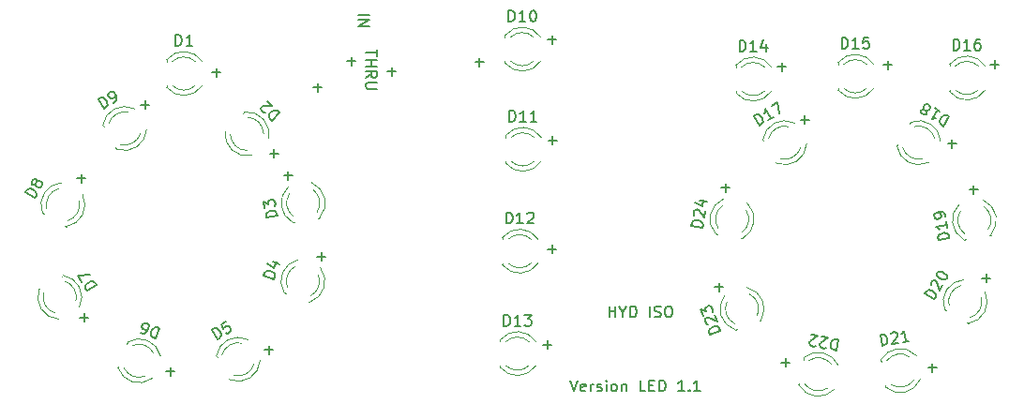
<source format=gbr>
%TF.GenerationSoftware,KiCad,Pcbnew,(6.0.7-1)-1*%
%TF.CreationDate,2023-11-12T08:24:24+10:00*%
%TF.ProjectId,HYD ISO Panel PCB V2,48594420-4953-44f2-9050-616e656c2050,rev?*%
%TF.SameCoordinates,Original*%
%TF.FileFunction,Legend,Top*%
%TF.FilePolarity,Positive*%
%FSLAX46Y46*%
G04 Gerber Fmt 4.6, Leading zero omitted, Abs format (unit mm)*
G04 Created by KiCad (PCBNEW (6.0.7-1)-1) date 2023-11-12 08:24:24*
%MOMM*%
%LPD*%
G01*
G04 APERTURE LIST*
%ADD10C,0.150000*%
%ADD11C,0.120000*%
G04 APERTURE END LIST*
D10*
X124619047Y-74181428D02*
X125380952Y-74181428D01*
X125000000Y-74562380D02*
X125000000Y-73800476D01*
X106449047Y-67031428D02*
X107210952Y-67031428D01*
X106830000Y-67412380D02*
X106830000Y-66650476D01*
X90129047Y-95061428D02*
X90890952Y-95061428D01*
X90510000Y-95442380D02*
X90510000Y-94680476D01*
X87809047Y-70991428D02*
X88570952Y-70991428D01*
X88190000Y-71372380D02*
X88190000Y-70610476D01*
X139629047Y-87451428D02*
X140390952Y-87451428D01*
X140010000Y-87832380D02*
X140010000Y-87070476D01*
X162619047Y-78631428D02*
X163380952Y-78631428D01*
X163000000Y-79012380D02*
X163000000Y-78250476D01*
X82319047Y-90211428D02*
X83080952Y-90211428D01*
X82700000Y-90592380D02*
X82700000Y-89830476D01*
X117999047Y-67111428D02*
X118760952Y-67111428D01*
X118380000Y-67492380D02*
X118380000Y-66730476D01*
X163759047Y-86641428D02*
X164520952Y-86641428D01*
X164140000Y-87022380D02*
X164140000Y-86260476D01*
X124559047Y-83991428D02*
X125320952Y-83991428D01*
X124940000Y-84372380D02*
X124940000Y-83610476D01*
X145329047Y-67531428D02*
X146090952Y-67531428D01*
X145710000Y-67912380D02*
X145710000Y-67150476D01*
X154889047Y-67381428D02*
X155650952Y-67381428D01*
X155270000Y-67762380D02*
X155270000Y-67000476D01*
X82079047Y-77621428D02*
X82840952Y-77621428D01*
X82460000Y-78002380D02*
X82460000Y-77240476D01*
X110109047Y-67971428D02*
X110870952Y-67971428D01*
X110490000Y-68352380D02*
X110490000Y-67590476D01*
X130096666Y-90162380D02*
X130096666Y-89162380D01*
X130096666Y-89638571D02*
X130668095Y-89638571D01*
X130668095Y-90162380D02*
X130668095Y-89162380D01*
X131334761Y-89686190D02*
X131334761Y-90162380D01*
X131001428Y-89162380D02*
X131334761Y-89686190D01*
X131668095Y-89162380D01*
X132001428Y-90162380D02*
X132001428Y-89162380D01*
X132239523Y-89162380D01*
X132382380Y-89210000D01*
X132477619Y-89305238D01*
X132525238Y-89400476D01*
X132572857Y-89590952D01*
X132572857Y-89733809D01*
X132525238Y-89924285D01*
X132477619Y-90019523D01*
X132382380Y-90114761D01*
X132239523Y-90162380D01*
X132001428Y-90162380D01*
X133763333Y-90162380D02*
X133763333Y-89162380D01*
X134191904Y-90114761D02*
X134334761Y-90162380D01*
X134572857Y-90162380D01*
X134668095Y-90114761D01*
X134715714Y-90067142D01*
X134763333Y-89971904D01*
X134763333Y-89876666D01*
X134715714Y-89781428D01*
X134668095Y-89733809D01*
X134572857Y-89686190D01*
X134382380Y-89638571D01*
X134287142Y-89590952D01*
X134239523Y-89543333D01*
X134191904Y-89448095D01*
X134191904Y-89352857D01*
X134239523Y-89257619D01*
X134287142Y-89210000D01*
X134382380Y-89162380D01*
X134620476Y-89162380D01*
X134763333Y-89210000D01*
X135382380Y-89162380D02*
X135572857Y-89162380D01*
X135668095Y-89210000D01*
X135763333Y-89305238D01*
X135810952Y-89495714D01*
X135810952Y-89829047D01*
X135763333Y-90019523D01*
X135668095Y-90114761D01*
X135572857Y-90162380D01*
X135382380Y-90162380D01*
X135287142Y-90114761D01*
X135191904Y-90019523D01*
X135144285Y-89829047D01*
X135144285Y-89495714D01*
X135191904Y-89305238D01*
X135287142Y-89210000D01*
X135382380Y-89162380D01*
X124569047Y-65081428D02*
X125330952Y-65081428D01*
X124950000Y-65462380D02*
X124950000Y-64700476D01*
X98999047Y-93111428D02*
X99760952Y-93111428D01*
X99380000Y-93492380D02*
X99380000Y-92730476D01*
X140249047Y-78471428D02*
X141010952Y-78471428D01*
X140630000Y-78852380D02*
X140630000Y-78090476D01*
X160679047Y-74501428D02*
X161440952Y-74501428D01*
X161060000Y-74882380D02*
X161060000Y-74120476D01*
X103409047Y-69401428D02*
X104170952Y-69401428D01*
X103790000Y-69782380D02*
X103790000Y-69020476D01*
X100749047Y-77371428D02*
X101510952Y-77371428D01*
X101130000Y-77752380D02*
X101130000Y-76990476D01*
X164539047Y-67341428D02*
X165300952Y-67341428D01*
X164920000Y-67722380D02*
X164920000Y-66960476D01*
X109127619Y-66006666D02*
X109127619Y-66578095D01*
X108127619Y-66292380D02*
X109127619Y-66292380D01*
X108127619Y-66911428D02*
X109127619Y-66911428D01*
X108651428Y-66911428D02*
X108651428Y-67482857D01*
X108127619Y-67482857D02*
X109127619Y-67482857D01*
X108127619Y-68530476D02*
X108603809Y-68197142D01*
X108127619Y-67959047D02*
X109127619Y-67959047D01*
X109127619Y-68340000D01*
X109080000Y-68435238D01*
X109032380Y-68482857D01*
X108937142Y-68530476D01*
X108794285Y-68530476D01*
X108699047Y-68482857D01*
X108651428Y-68435238D01*
X108603809Y-68340000D01*
X108603809Y-67959047D01*
X109127619Y-68959047D02*
X108318095Y-68959047D01*
X108222857Y-69006666D01*
X108175238Y-69054285D01*
X108127619Y-69149523D01*
X108127619Y-69340000D01*
X108175238Y-69435238D01*
X108222857Y-69482857D01*
X108318095Y-69530476D01*
X109127619Y-69530476D01*
X99469047Y-75391428D02*
X100230952Y-75391428D01*
X99850000Y-75772380D02*
X99850000Y-75010476D01*
X145669047Y-94241428D02*
X146430952Y-94241428D01*
X146050000Y-94622380D02*
X146050000Y-93860476D01*
X94249047Y-68061428D02*
X95010952Y-68061428D01*
X94630000Y-68442380D02*
X94630000Y-67680476D01*
X158879047Y-94721428D02*
X159640952Y-94721428D01*
X159260000Y-95102380D02*
X159260000Y-94340476D01*
X126571428Y-95852380D02*
X126904761Y-96852380D01*
X127238095Y-95852380D01*
X127952380Y-96804761D02*
X127857142Y-96852380D01*
X127666666Y-96852380D01*
X127571428Y-96804761D01*
X127523809Y-96709523D01*
X127523809Y-96328571D01*
X127571428Y-96233333D01*
X127666666Y-96185714D01*
X127857142Y-96185714D01*
X127952380Y-96233333D01*
X128000000Y-96328571D01*
X128000000Y-96423809D01*
X127523809Y-96519047D01*
X128428571Y-96852380D02*
X128428571Y-96185714D01*
X128428571Y-96376190D02*
X128476190Y-96280952D01*
X128523809Y-96233333D01*
X128619047Y-96185714D01*
X128714285Y-96185714D01*
X129000000Y-96804761D02*
X129095238Y-96852380D01*
X129285714Y-96852380D01*
X129380952Y-96804761D01*
X129428571Y-96709523D01*
X129428571Y-96661904D01*
X129380952Y-96566666D01*
X129285714Y-96519047D01*
X129142857Y-96519047D01*
X129047619Y-96471428D01*
X129000000Y-96376190D01*
X129000000Y-96328571D01*
X129047619Y-96233333D01*
X129142857Y-96185714D01*
X129285714Y-96185714D01*
X129380952Y-96233333D01*
X129857142Y-96852380D02*
X129857142Y-96185714D01*
X129857142Y-95852380D02*
X129809523Y-95900000D01*
X129857142Y-95947619D01*
X129904761Y-95900000D01*
X129857142Y-95852380D01*
X129857142Y-95947619D01*
X130476190Y-96852380D02*
X130380952Y-96804761D01*
X130333333Y-96757142D01*
X130285714Y-96661904D01*
X130285714Y-96376190D01*
X130333333Y-96280952D01*
X130380952Y-96233333D01*
X130476190Y-96185714D01*
X130619047Y-96185714D01*
X130714285Y-96233333D01*
X130761904Y-96280952D01*
X130809523Y-96376190D01*
X130809523Y-96661904D01*
X130761904Y-96757142D01*
X130714285Y-96804761D01*
X130619047Y-96852380D01*
X130476190Y-96852380D01*
X131238095Y-96185714D02*
X131238095Y-96852380D01*
X131238095Y-96280952D02*
X131285714Y-96233333D01*
X131380952Y-96185714D01*
X131523809Y-96185714D01*
X131619047Y-96233333D01*
X131666666Y-96328571D01*
X131666666Y-96852380D01*
X133380952Y-96852380D02*
X132904761Y-96852380D01*
X132904761Y-95852380D01*
X133714285Y-96328571D02*
X134047619Y-96328571D01*
X134190476Y-96852380D02*
X133714285Y-96852380D01*
X133714285Y-95852380D01*
X134190476Y-95852380D01*
X134619047Y-96852380D02*
X134619047Y-95852380D01*
X134857142Y-95852380D01*
X135000000Y-95900000D01*
X135095238Y-95995238D01*
X135142857Y-96090476D01*
X135190476Y-96280952D01*
X135190476Y-96423809D01*
X135142857Y-96614285D01*
X135095238Y-96709523D01*
X135000000Y-96804761D01*
X134857142Y-96852380D01*
X134619047Y-96852380D01*
X136904761Y-96852380D02*
X136333333Y-96852380D01*
X136619047Y-96852380D02*
X136619047Y-95852380D01*
X136523809Y-95995238D01*
X136428571Y-96090476D01*
X136333333Y-96138095D01*
X137333333Y-96757142D02*
X137380952Y-96804761D01*
X137333333Y-96852380D01*
X137285714Y-96804761D01*
X137333333Y-96757142D01*
X137333333Y-96852380D01*
X138333333Y-96852380D02*
X137761904Y-96852380D01*
X138047619Y-96852380D02*
X138047619Y-95852380D01*
X137952380Y-95995238D01*
X137857142Y-96090476D01*
X137761904Y-96138095D01*
X107447619Y-62826190D02*
X108447619Y-62826190D01*
X107447619Y-63302380D02*
X108447619Y-63302380D01*
X107447619Y-63873809D01*
X108447619Y-63873809D01*
X103759047Y-84691428D02*
X104520952Y-84691428D01*
X104140000Y-85072380D02*
X104140000Y-84310476D01*
X147369047Y-72311428D02*
X148130952Y-72311428D01*
X147750000Y-72692380D02*
X147750000Y-71930476D01*
X124159047Y-92651428D02*
X124920952Y-92651428D01*
X124540000Y-93032380D02*
X124540000Y-92270476D01*
%TO.C,D1*%
X90956904Y-65642380D02*
X90956904Y-64642380D01*
X91195000Y-64642380D01*
X91337857Y-64690000D01*
X91433095Y-64785238D01*
X91480714Y-64880476D01*
X91528333Y-65070952D01*
X91528333Y-65213809D01*
X91480714Y-65404285D01*
X91433095Y-65499523D01*
X91337857Y-65594761D01*
X91195000Y-65642380D01*
X90956904Y-65642380D01*
X92480714Y-65642380D02*
X91909285Y-65642380D01*
X92195000Y-65642380D02*
X92195000Y-64642380D01*
X92099761Y-64785238D01*
X92004523Y-64880476D01*
X91909285Y-64928095D01*
%TO.C,D2*%
X100332855Y-71707020D02*
X99625749Y-72414127D01*
X99457390Y-72245768D01*
X99390046Y-72111081D01*
X99390046Y-71976394D01*
X99423718Y-71875379D01*
X99524733Y-71707020D01*
X99625749Y-71606005D01*
X99794107Y-71504990D01*
X99895123Y-71471318D01*
X100029810Y-71471318D01*
X100164497Y-71538661D01*
X100332855Y-71707020D01*
X99019657Y-71673348D02*
X98952313Y-71673348D01*
X98851298Y-71639677D01*
X98682939Y-71471318D01*
X98649268Y-71370302D01*
X98649268Y-71302959D01*
X98682939Y-71201944D01*
X98750283Y-71134600D01*
X98884970Y-71067257D01*
X99693092Y-71067257D01*
X99255359Y-70629524D01*
%TO.C,D3*%
X100138113Y-81011619D02*
X99153305Y-81185267D01*
X99111960Y-80950789D01*
X99134049Y-80801834D01*
X99211302Y-80691505D01*
X99296824Y-80628071D01*
X99476138Y-80548100D01*
X99616825Y-80523293D01*
X99812676Y-80537112D01*
X99914736Y-80567470D01*
X100025065Y-80644723D01*
X100096768Y-80777141D01*
X100138113Y-81011619D01*
X98996195Y-80294251D02*
X98888698Y-79684608D01*
X99321746Y-79946726D01*
X99296939Y-79806039D01*
X99327297Y-79703979D01*
X99365923Y-79648814D01*
X99451445Y-79585380D01*
X99685923Y-79544036D01*
X99787984Y-79574393D01*
X99843148Y-79613020D01*
X99906582Y-79698542D01*
X99956196Y-79979916D01*
X99925838Y-80081976D01*
X99887211Y-80137141D01*
%TO.C,D4*%
X99839430Y-86740617D02*
X98899737Y-86398596D01*
X98981171Y-86174860D01*
X99074778Y-86056905D01*
X99196846Y-85999984D01*
X99302627Y-85987810D01*
X99497903Y-86008209D01*
X99632145Y-86057069D01*
X99794847Y-86166963D01*
X99868055Y-86244284D01*
X99924976Y-86366352D01*
X99920863Y-86516880D01*
X99839430Y-86740617D01*
X99701569Y-85170185D02*
X100328030Y-85398199D01*
X99262157Y-85263628D02*
X99851933Y-85731664D01*
X100063659Y-85149950D01*
%TO.C,D5*%
X94706833Y-92162386D02*
X94206833Y-91296360D01*
X94413029Y-91177312D01*
X94560557Y-91147123D01*
X94690654Y-91181983D01*
X94779513Y-91240652D01*
X94915990Y-91381800D01*
X94987419Y-91505517D01*
X95041417Y-91694284D01*
X95047797Y-91800572D01*
X95012938Y-91930670D01*
X94913029Y-92043338D01*
X94706833Y-92162386D01*
X95485251Y-90558265D02*
X95072858Y-90796360D01*
X95269714Y-91232563D01*
X95287144Y-91167514D01*
X95345813Y-91078656D01*
X95552009Y-90959608D01*
X95658298Y-90953228D01*
X95723346Y-90970658D01*
X95812205Y-91029327D01*
X95931252Y-91235524D01*
X95937632Y-91341812D01*
X95920202Y-91406860D01*
X95861533Y-91495719D01*
X95655337Y-91614766D01*
X95549049Y-91621146D01*
X95484000Y-91603716D01*
%TO.C,D6*%
X89505995Y-91144119D02*
X89163974Y-92083812D01*
X88940238Y-92002378D01*
X88822283Y-91908771D01*
X88765362Y-91786703D01*
X88753188Y-91680922D01*
X88773587Y-91485646D01*
X88822447Y-91351404D01*
X88932341Y-91188702D01*
X89009662Y-91115494D01*
X89131730Y-91058573D01*
X89282258Y-91062686D01*
X89505995Y-91144119D01*
X87821556Y-91595211D02*
X88000545Y-91660358D01*
X88106327Y-91648184D01*
X88167361Y-91619723D01*
X88305715Y-91518055D01*
X88415609Y-91355353D01*
X88545902Y-90997374D01*
X88533729Y-90891593D01*
X88505268Y-90830559D01*
X88432060Y-90753239D01*
X88253071Y-90688092D01*
X88147290Y-90700266D01*
X88086256Y-90728727D01*
X88008935Y-90801934D01*
X87927502Y-91025671D01*
X87939676Y-91131452D01*
X87968136Y-91192486D01*
X88041344Y-91269807D01*
X88220333Y-91334953D01*
X88326115Y-91322779D01*
X88387149Y-91294319D01*
X88464469Y-91221111D01*
%TO.C,D7*%
X83821756Y-87278670D02*
X82955730Y-87778670D01*
X82836682Y-87572474D01*
X82806493Y-87424946D01*
X82841353Y-87294849D01*
X82900022Y-87205990D01*
X83041170Y-87069513D01*
X83164887Y-86998084D01*
X83353654Y-86944086D01*
X83459942Y-86937706D01*
X83590040Y-86972565D01*
X83702708Y-87072474D01*
X83821756Y-87278670D01*
X82503349Y-86995123D02*
X82170016Y-86417773D01*
X83250327Y-86288927D01*
%TO.C,D8*%
X78244290Y-79385547D02*
X77378265Y-78885547D01*
X77497312Y-78679351D01*
X77609980Y-78579442D01*
X77740078Y-78544583D01*
X77846366Y-78550962D01*
X78035133Y-78604961D01*
X78158851Y-78676390D01*
X78299999Y-78812867D01*
X78358668Y-78901726D01*
X78393527Y-79031823D01*
X78363338Y-79179351D01*
X78244290Y-79385547D01*
X78320847Y-78110090D02*
X78231989Y-78168759D01*
X78166940Y-78186188D01*
X78060652Y-78179809D01*
X78019413Y-78155999D01*
X77960743Y-78067141D01*
X77943314Y-78002092D01*
X77949693Y-77895804D01*
X78044932Y-77730847D01*
X78133790Y-77672178D01*
X78198839Y-77654748D01*
X78305127Y-77661128D01*
X78346366Y-77684937D01*
X78405035Y-77773795D01*
X78422465Y-77838844D01*
X78416085Y-77945132D01*
X78320847Y-78110090D01*
X78314467Y-78216378D01*
X78331897Y-78281427D01*
X78390566Y-78370285D01*
X78555524Y-78465523D01*
X78661812Y-78471903D01*
X78726860Y-78454473D01*
X78815719Y-78395804D01*
X78910957Y-78230847D01*
X78917337Y-78124559D01*
X78899907Y-78059510D01*
X78841238Y-77970651D01*
X78676281Y-77875413D01*
X78569992Y-77869034D01*
X78504944Y-77886463D01*
X78416085Y-77945132D01*
%TO.C,D9*%
X84456833Y-71312386D02*
X83956833Y-70446360D01*
X84163029Y-70327312D01*
X84310557Y-70297123D01*
X84440654Y-70331983D01*
X84529513Y-70390652D01*
X84665990Y-70531800D01*
X84737419Y-70655517D01*
X84791417Y-70844284D01*
X84797797Y-70950572D01*
X84762938Y-71080670D01*
X84663029Y-71193338D01*
X84456833Y-71312386D01*
X85364097Y-70788576D02*
X85529055Y-70693338D01*
X85587724Y-70604480D01*
X85605154Y-70539431D01*
X85616204Y-70368094D01*
X85562205Y-70179327D01*
X85371729Y-69849413D01*
X85282870Y-69790743D01*
X85217821Y-69773314D01*
X85111533Y-69779693D01*
X84946576Y-69874932D01*
X84887907Y-69963790D01*
X84870477Y-70028839D01*
X84876857Y-70135127D01*
X84995905Y-70341323D01*
X85084763Y-70399992D01*
X85149812Y-70417422D01*
X85256100Y-70411043D01*
X85421057Y-70315804D01*
X85479726Y-70226946D01*
X85497156Y-70161897D01*
X85490776Y-70055609D01*
%TO.C,D10*%
X121030714Y-63442380D02*
X121030714Y-62442380D01*
X121268809Y-62442380D01*
X121411666Y-62490000D01*
X121506904Y-62585238D01*
X121554523Y-62680476D01*
X121602142Y-62870952D01*
X121602142Y-63013809D01*
X121554523Y-63204285D01*
X121506904Y-63299523D01*
X121411666Y-63394761D01*
X121268809Y-63442380D01*
X121030714Y-63442380D01*
X122554523Y-63442380D02*
X121983095Y-63442380D01*
X122268809Y-63442380D02*
X122268809Y-62442380D01*
X122173571Y-62585238D01*
X122078333Y-62680476D01*
X121983095Y-62728095D01*
X123173571Y-62442380D02*
X123268809Y-62442380D01*
X123364047Y-62490000D01*
X123411666Y-62537619D01*
X123459285Y-62632857D01*
X123506904Y-62823333D01*
X123506904Y-63061428D01*
X123459285Y-63251904D01*
X123411666Y-63347142D01*
X123364047Y-63394761D01*
X123268809Y-63442380D01*
X123173571Y-63442380D01*
X123078333Y-63394761D01*
X123030714Y-63347142D01*
X122983095Y-63251904D01*
X122935476Y-63061428D01*
X122935476Y-62823333D01*
X122983095Y-62632857D01*
X123030714Y-62537619D01*
X123078333Y-62490000D01*
X123173571Y-62442380D01*
%TO.C,D11*%
X121080714Y-72492380D02*
X121080714Y-71492380D01*
X121318809Y-71492380D01*
X121461666Y-71540000D01*
X121556904Y-71635238D01*
X121604523Y-71730476D01*
X121652142Y-71920952D01*
X121652142Y-72063809D01*
X121604523Y-72254285D01*
X121556904Y-72349523D01*
X121461666Y-72444761D01*
X121318809Y-72492380D01*
X121080714Y-72492380D01*
X122604523Y-72492380D02*
X122033095Y-72492380D01*
X122318809Y-72492380D02*
X122318809Y-71492380D01*
X122223571Y-71635238D01*
X122128333Y-71730476D01*
X122033095Y-71778095D01*
X123556904Y-72492380D02*
X122985476Y-72492380D01*
X123271190Y-72492380D02*
X123271190Y-71492380D01*
X123175952Y-71635238D01*
X123080714Y-71730476D01*
X122985476Y-71778095D01*
%TO.C,D12*%
X120805714Y-81692380D02*
X120805714Y-80692380D01*
X121043809Y-80692380D01*
X121186666Y-80740000D01*
X121281904Y-80835238D01*
X121329523Y-80930476D01*
X121377142Y-81120952D01*
X121377142Y-81263809D01*
X121329523Y-81454285D01*
X121281904Y-81549523D01*
X121186666Y-81644761D01*
X121043809Y-81692380D01*
X120805714Y-81692380D01*
X122329523Y-81692380D02*
X121758095Y-81692380D01*
X122043809Y-81692380D02*
X122043809Y-80692380D01*
X121948571Y-80835238D01*
X121853333Y-80930476D01*
X121758095Y-80978095D01*
X122710476Y-80787619D02*
X122758095Y-80740000D01*
X122853333Y-80692380D01*
X123091428Y-80692380D01*
X123186666Y-80740000D01*
X123234285Y-80787619D01*
X123281904Y-80882857D01*
X123281904Y-80978095D01*
X123234285Y-81120952D01*
X122662857Y-81692380D01*
X123281904Y-81692380D01*
%TO.C,D13*%
X120605714Y-90942380D02*
X120605714Y-89942380D01*
X120843809Y-89942380D01*
X120986666Y-89990000D01*
X121081904Y-90085238D01*
X121129523Y-90180476D01*
X121177142Y-90370952D01*
X121177142Y-90513809D01*
X121129523Y-90704285D01*
X121081904Y-90799523D01*
X120986666Y-90894761D01*
X120843809Y-90942380D01*
X120605714Y-90942380D01*
X122129523Y-90942380D02*
X121558095Y-90942380D01*
X121843809Y-90942380D02*
X121843809Y-89942380D01*
X121748571Y-90085238D01*
X121653333Y-90180476D01*
X121558095Y-90228095D01*
X122462857Y-89942380D02*
X123081904Y-89942380D01*
X122748571Y-90323333D01*
X122891428Y-90323333D01*
X122986666Y-90370952D01*
X123034285Y-90418571D01*
X123081904Y-90513809D01*
X123081904Y-90751904D01*
X123034285Y-90847142D01*
X122986666Y-90894761D01*
X122891428Y-90942380D01*
X122605714Y-90942380D01*
X122510476Y-90894761D01*
X122462857Y-90847142D01*
%TO.C,D14*%
X141880714Y-66142380D02*
X141880714Y-65142380D01*
X142118809Y-65142380D01*
X142261666Y-65190000D01*
X142356904Y-65285238D01*
X142404523Y-65380476D01*
X142452142Y-65570952D01*
X142452142Y-65713809D01*
X142404523Y-65904285D01*
X142356904Y-65999523D01*
X142261666Y-66094761D01*
X142118809Y-66142380D01*
X141880714Y-66142380D01*
X143404523Y-66142380D02*
X142833095Y-66142380D01*
X143118809Y-66142380D02*
X143118809Y-65142380D01*
X143023571Y-65285238D01*
X142928333Y-65380476D01*
X142833095Y-65428095D01*
X144261666Y-65475714D02*
X144261666Y-66142380D01*
X144023571Y-65094761D02*
X143785476Y-65809047D01*
X144404523Y-65809047D01*
%TO.C,D15*%
X151105714Y-65894380D02*
X151105714Y-64894380D01*
X151343809Y-64894380D01*
X151486666Y-64942000D01*
X151581904Y-65037238D01*
X151629523Y-65132476D01*
X151677142Y-65322952D01*
X151677142Y-65465809D01*
X151629523Y-65656285D01*
X151581904Y-65751523D01*
X151486666Y-65846761D01*
X151343809Y-65894380D01*
X151105714Y-65894380D01*
X152629523Y-65894380D02*
X152058095Y-65894380D01*
X152343809Y-65894380D02*
X152343809Y-64894380D01*
X152248571Y-65037238D01*
X152153333Y-65132476D01*
X152058095Y-65180095D01*
X153534285Y-64894380D02*
X153058095Y-64894380D01*
X153010476Y-65370571D01*
X153058095Y-65322952D01*
X153153333Y-65275333D01*
X153391428Y-65275333D01*
X153486666Y-65322952D01*
X153534285Y-65370571D01*
X153581904Y-65465809D01*
X153581904Y-65703904D01*
X153534285Y-65799142D01*
X153486666Y-65846761D01*
X153391428Y-65894380D01*
X153153333Y-65894380D01*
X153058095Y-65846761D01*
X153010476Y-65799142D01*
%TO.C,D16*%
X161181714Y-66046780D02*
X161181714Y-65046780D01*
X161419809Y-65046780D01*
X161562666Y-65094400D01*
X161657904Y-65189638D01*
X161705523Y-65284876D01*
X161753142Y-65475352D01*
X161753142Y-65618209D01*
X161705523Y-65808685D01*
X161657904Y-65903923D01*
X161562666Y-65999161D01*
X161419809Y-66046780D01*
X161181714Y-66046780D01*
X162705523Y-66046780D02*
X162134095Y-66046780D01*
X162419809Y-66046780D02*
X162419809Y-65046780D01*
X162324571Y-65189638D01*
X162229333Y-65284876D01*
X162134095Y-65332495D01*
X163562666Y-65046780D02*
X163372190Y-65046780D01*
X163276952Y-65094400D01*
X163229333Y-65142019D01*
X163134095Y-65284876D01*
X163086476Y-65475352D01*
X163086476Y-65856304D01*
X163134095Y-65951542D01*
X163181714Y-65999161D01*
X163276952Y-66046780D01*
X163467428Y-66046780D01*
X163562666Y-65999161D01*
X163610285Y-65951542D01*
X163657904Y-65856304D01*
X163657904Y-65618209D01*
X163610285Y-65522971D01*
X163562666Y-65475352D01*
X163467428Y-65427733D01*
X163276952Y-65427733D01*
X163181714Y-65475352D01*
X163134095Y-65522971D01*
X163086476Y-65618209D01*
%TO.C,D17*%
X143640240Y-72837981D02*
X143140240Y-71971955D01*
X143346436Y-71852908D01*
X143493964Y-71822718D01*
X143624061Y-71857578D01*
X143712920Y-71916247D01*
X143849397Y-72057395D01*
X143920826Y-72181113D01*
X143974824Y-72369879D01*
X143981204Y-72476168D01*
X143946345Y-72606265D01*
X143846436Y-72718933D01*
X143640240Y-72837981D01*
X144959897Y-72076076D02*
X144465026Y-72361790D01*
X144712462Y-72218933D02*
X144212462Y-71352908D01*
X144201412Y-71524245D01*
X144166552Y-71654342D01*
X144107883Y-71743201D01*
X144748573Y-71043384D02*
X145325923Y-70710051D01*
X145454769Y-71790362D01*
%TO.C,D18*%
X160803444Y-72049434D02*
X160303444Y-72915459D01*
X160097248Y-72796412D01*
X159997339Y-72683744D01*
X159962480Y-72553646D01*
X159968860Y-72447358D01*
X160022858Y-72258591D01*
X160094287Y-72134873D01*
X160230764Y-71993726D01*
X160319623Y-71935057D01*
X160449720Y-71900197D01*
X160597248Y-71930386D01*
X160803444Y-72049434D01*
X159483786Y-71287529D02*
X159978658Y-71573243D01*
X159731222Y-71430386D02*
X159231222Y-72296412D01*
X159385130Y-72220313D01*
X159515227Y-72185453D01*
X159621515Y-72191833D01*
X158703201Y-71496687D02*
X158761870Y-71585545D01*
X158779299Y-71650594D01*
X158772920Y-71756882D01*
X158749110Y-71798121D01*
X158660252Y-71856790D01*
X158595203Y-71874220D01*
X158488915Y-71867840D01*
X158323958Y-71772602D01*
X158265289Y-71683744D01*
X158247859Y-71618695D01*
X158254238Y-71512407D01*
X158278048Y-71471168D01*
X158366906Y-71412499D01*
X158431955Y-71395069D01*
X158538243Y-71401448D01*
X158703201Y-71496687D01*
X158809489Y-71503066D01*
X158874538Y-71485637D01*
X158963396Y-71426967D01*
X159058634Y-71262010D01*
X159065014Y-71155722D01*
X159047584Y-71090673D01*
X158988915Y-71001815D01*
X158823958Y-70906577D01*
X158717669Y-70900197D01*
X158652621Y-70917627D01*
X158563762Y-70976296D01*
X158468524Y-71141253D01*
X158462144Y-71247541D01*
X158479574Y-71312590D01*
X158538243Y-71401448D01*
%TO.C,D24*%
X138518751Y-82065289D02*
X137533944Y-81891640D01*
X137575288Y-81657162D01*
X137646991Y-81524745D01*
X137757320Y-81447491D01*
X137859380Y-81417134D01*
X138055232Y-81403314D01*
X138195918Y-81428121D01*
X138375232Y-81508092D01*
X138460754Y-81571526D01*
X138538007Y-81681855D01*
X138560096Y-81830811D01*
X138518751Y-82065289D01*
X137793114Y-80970266D02*
X137754487Y-80915102D01*
X137724130Y-80813041D01*
X137765474Y-80578563D01*
X137828908Y-80493041D01*
X137884073Y-80454415D01*
X137986133Y-80424057D01*
X138079924Y-80440595D01*
X138212342Y-80512297D01*
X138675862Y-81174272D01*
X138783358Y-80564629D01*
X138275661Y-79604743D02*
X138932199Y-79720508D01*
X137859151Y-79773069D02*
X138521240Y-80131582D01*
X138628737Y-79521939D01*
%TO.C,D19*%
X160820802Y-83030575D02*
X159835995Y-83204224D01*
X159794650Y-82969745D01*
X159816738Y-82820790D01*
X159893992Y-82710461D01*
X159979514Y-82647027D01*
X160158827Y-82567056D01*
X160299514Y-82542249D01*
X160495366Y-82556068D01*
X160597426Y-82586426D01*
X160707755Y-82663679D01*
X160779457Y-82796097D01*
X160820802Y-83030575D01*
X160556196Y-81529916D02*
X160655423Y-82092663D01*
X160605809Y-81811290D02*
X159621002Y-81984938D01*
X159778226Y-82053922D01*
X159888555Y-82131175D01*
X159951989Y-82216698D01*
X160473506Y-81060960D02*
X160440430Y-80873377D01*
X160376997Y-80787855D01*
X160321832Y-80749229D01*
X160164607Y-80680244D01*
X159968756Y-80666424D01*
X159593591Y-80732576D01*
X159508069Y-80796010D01*
X159469442Y-80851174D01*
X159439084Y-80953234D01*
X159472160Y-81140817D01*
X159535594Y-81226339D01*
X159590758Y-81264966D01*
X159692819Y-81295323D01*
X159927297Y-81253979D01*
X160012819Y-81190545D01*
X160051445Y-81135380D01*
X160081803Y-81033320D01*
X160048727Y-80845738D01*
X159985294Y-80760216D01*
X159930129Y-80721589D01*
X159828069Y-80691231D01*
%TO.C,D23*%
X140157753Y-91405301D02*
X139218060Y-91747322D01*
X139136627Y-91523585D01*
X139132514Y-91373057D01*
X139189435Y-91250989D01*
X139262643Y-91173668D01*
X139425345Y-91063774D01*
X139559587Y-91014914D01*
X139754863Y-90994515D01*
X139860644Y-91006689D01*
X139982712Y-91063610D01*
X140076319Y-91181565D01*
X140157753Y-91405301D01*
X138981821Y-90819803D02*
X138920787Y-90791342D01*
X138843467Y-90718134D01*
X138762033Y-90494398D01*
X138774207Y-90388617D01*
X138802668Y-90327583D01*
X138875876Y-90250262D01*
X138965370Y-90217689D01*
X139115899Y-90213576D01*
X139848306Y-90555103D01*
X139636579Y-89973389D01*
X138582880Y-90002178D02*
X138371153Y-89420464D01*
X138843138Y-89603401D01*
X138794278Y-89469159D01*
X138806452Y-89363378D01*
X138834912Y-89302344D01*
X138908120Y-89225024D01*
X139131857Y-89143590D01*
X139237638Y-89155764D01*
X139298672Y-89184225D01*
X139375992Y-89257433D01*
X139473712Y-89525916D01*
X139461539Y-89631697D01*
X139433078Y-89692731D01*
%TO.C,D20*%
X159468695Y-88552140D02*
X158602670Y-88052140D01*
X158721717Y-87845944D01*
X158834385Y-87746035D01*
X158964483Y-87711176D01*
X159070771Y-87717556D01*
X159259538Y-87771554D01*
X159383256Y-87842983D01*
X159524403Y-87979460D01*
X159583072Y-88068319D01*
X159617932Y-88198416D01*
X159587743Y-88345944D01*
X159468695Y-88552140D01*
X159161339Y-87274973D02*
X159143909Y-87209924D01*
X159150289Y-87103636D01*
X159269336Y-86897440D01*
X159358195Y-86838771D01*
X159423243Y-86821341D01*
X159529532Y-86827721D01*
X159612010Y-86875340D01*
X159711919Y-86988008D01*
X159921076Y-87768593D01*
X160230600Y-87232482D01*
X159674098Y-86196372D02*
X159721717Y-86113893D01*
X159810576Y-86055224D01*
X159875624Y-86037794D01*
X159981913Y-86044174D01*
X160170679Y-86098173D01*
X160376876Y-86217220D01*
X160518024Y-86353698D01*
X160576693Y-86442556D01*
X160594122Y-86507605D01*
X160587743Y-86613893D01*
X160540124Y-86696372D01*
X160451265Y-86755041D01*
X160386216Y-86772470D01*
X160279928Y-86766091D01*
X160091162Y-86712092D01*
X159884965Y-86593044D01*
X159743817Y-86456567D01*
X159685148Y-86367708D01*
X159667718Y-86302660D01*
X159674098Y-86196372D01*
%TO.C,D22*%
X150764097Y-92170852D02*
X150590448Y-93155659D01*
X150355970Y-93114315D01*
X150223553Y-93042612D01*
X150146299Y-92932283D01*
X150115942Y-92830223D01*
X150102122Y-92634371D01*
X150126929Y-92493685D01*
X150206900Y-92314371D01*
X150270334Y-92228849D01*
X150380663Y-92151596D01*
X150529619Y-92129507D01*
X150764097Y-92170852D01*
X149669074Y-92896489D02*
X149613910Y-92935116D01*
X149511849Y-92965473D01*
X149277371Y-92924129D01*
X149191849Y-92860695D01*
X149153223Y-92805530D01*
X149122865Y-92703470D01*
X149139403Y-92609679D01*
X149211105Y-92477261D01*
X149873080Y-92013741D01*
X149263437Y-91906245D01*
X148731162Y-92731110D02*
X148675997Y-92769736D01*
X148573937Y-92800094D01*
X148339459Y-92758749D01*
X148253937Y-92695316D01*
X148215310Y-92640151D01*
X148184953Y-92538091D01*
X148201491Y-92444300D01*
X148273193Y-92311882D01*
X148935168Y-91848362D01*
X148325525Y-91740866D01*
%TO.C,D21*%
X154744424Y-92720802D02*
X154570775Y-91735995D01*
X154805254Y-91694650D01*
X154954209Y-91716738D01*
X155064538Y-91793992D01*
X155127972Y-91879514D01*
X155207943Y-92058827D01*
X155232750Y-92199514D01*
X155218931Y-92395366D01*
X155188573Y-92497426D01*
X155111320Y-92607755D01*
X154978902Y-92679457D01*
X154744424Y-92720802D01*
X155525226Y-91664407D02*
X155563852Y-91609242D01*
X155649374Y-91545808D01*
X155883852Y-91504464D01*
X155985913Y-91534821D01*
X156041077Y-91573448D01*
X156104511Y-91658970D01*
X156121049Y-91752761D01*
X156098960Y-91901717D01*
X155635440Y-92563692D01*
X156245083Y-92456196D01*
X157182995Y-92290816D02*
X156620248Y-92390044D01*
X156901622Y-92340430D02*
X156727973Y-91355622D01*
X156658989Y-91512847D01*
X156581736Y-91623176D01*
X156496214Y-91686610D01*
D11*
%TO.C,D1*%
X90135000Y-66914000D02*
X90135000Y-67070000D01*
X90135000Y-69230000D02*
X90135000Y-69386000D01*
X93367335Y-67071392D02*
G75*
G03*
X90135000Y-66914484I-1672335J-1078608D01*
G01*
X90135000Y-69385516D02*
G75*
G03*
X93367335Y-69228608I1560000J1235516D01*
G01*
X90654039Y-69230000D02*
G75*
G03*
X92736130Y-69229837I1040961J1080000D01*
G01*
X92736130Y-67070163D02*
G75*
G03*
X90654039Y-67070000I-1041130J-1079837D01*
G01*
%TO.C,D2*%
X97168923Y-71620955D02*
X97058614Y-71731264D01*
X95531264Y-73258614D02*
X95420955Y-73368923D01*
X95898280Y-73625630D02*
G75*
G03*
X97370656Y-75097776I1499746J27604D01*
G01*
X95421299Y-73368581D02*
G75*
G03*
X97817854Y-75543236I1976727J-229445D01*
G01*
X98897776Y-73570656D02*
G75*
G03*
X97425630Y-72098280I-1499750J-27370D01*
G01*
X99343238Y-74017854D02*
G75*
G03*
X97168581Y-71621297I-1945212J419828D01*
G01*
%TO.C,D3*%
X103813950Y-81198054D02*
X103967580Y-81170965D01*
X101533136Y-81600223D02*
X101686766Y-81573134D01*
X103723819Y-80686900D02*
G75*
G03*
X103362108Y-78636470I-1244352J837606D01*
G01*
X101235244Y-79011492D02*
G75*
G03*
X101596635Y-81061981I1244223J-837802D01*
G01*
X101126847Y-78389664D02*
G75*
G03*
X101533612Y-81600139I1352620J-1459630D01*
G01*
X103967104Y-81171049D02*
G75*
G03*
X103251290Y-78015067I-1487637J1321755D01*
G01*
%TO.C,D4*%
X102929582Y-88739993D02*
X103076174Y-88793348D01*
X100753254Y-87947874D02*
X100899846Y-88001229D01*
X101789638Y-85557022D02*
G75*
G03*
X101077368Y-87513492I658628J-1347668D01*
G01*
X102006678Y-84964302D02*
G75*
G03*
X100753709Y-87948040I441588J-1940388D01*
G01*
X103075719Y-88793182D02*
G75*
G03*
X104033798Y-85702115I-627453J1888492D01*
G01*
X103107104Y-88252255D02*
G75*
G03*
X103819068Y-86295674I-658838J1347565D01*
G01*
%TO.C,D5*%
X95788853Y-95680307D02*
X95866853Y-95815407D01*
X94630853Y-93674593D02*
X94708853Y-93809693D01*
X97508833Y-92194732D02*
G75*
G03*
X94631095Y-93675012I-908981J-1770268D01*
G01*
X96238354Y-95420788D02*
G75*
G03*
X98041416Y-94379601I361498J1455788D01*
G01*
X95866611Y-95814988D02*
G75*
G03*
X98587441Y-94062934I733241J1849988D01*
G01*
X96961579Y-92509270D02*
G75*
G03*
X95158354Y-93550173I-361727J-1455730D01*
G01*
%TO.C,D6*%
X86602126Y-92403254D02*
X86548771Y-92549846D01*
X85810007Y-94579582D02*
X85756652Y-94726174D01*
X85756818Y-94725719D02*
G75*
G03*
X88847885Y-95683798I1888492J627453D01*
G01*
X86297745Y-94757104D02*
G75*
G03*
X88254326Y-95469068I1347565J658838D01*
G01*
X89585698Y-93656678D02*
G75*
G03*
X86601960Y-92403709I-1940388J-441588D01*
G01*
X88992978Y-93439638D02*
G75*
G03*
X87036508Y-92727368I-1347668J-658628D01*
G01*
%TO.C,D7*%
X78782193Y-87534653D02*
X78647093Y-87612653D01*
X80787907Y-86376653D02*
X80652807Y-86454653D01*
X79041712Y-87984154D02*
G75*
G03*
X80082899Y-89787216I1455788J-361498D01*
G01*
X81953230Y-88707379D02*
G75*
G03*
X80912327Y-86904154I-1455730J361727D01*
G01*
X78647512Y-87612411D02*
G75*
G03*
X80399566Y-90333241I1849988J-733241D01*
G01*
X82267768Y-89254633D02*
G75*
G03*
X80787488Y-86376895I-1770268J908981D01*
G01*
%TO.C,D8*%
X80940307Y-81891147D02*
X81075407Y-81969147D01*
X78934593Y-80733147D02*
X79069693Y-80811147D01*
X80370399Y-78558584D02*
G75*
G03*
X79329212Y-80361646I414601J-1441564D01*
G01*
X81074988Y-81968906D02*
G75*
G03*
X82555269Y-79091167I-289988J1968758D01*
G01*
X81199827Y-81441647D02*
G75*
G03*
X82240731Y-79638421I-414827J1441499D01*
G01*
X80687066Y-78012560D02*
G75*
G03*
X78935012Y-80733389I97934J-1987588D01*
G01*
%TO.C,D9*%
X84380853Y-72824593D02*
X84458853Y-72959693D01*
X85538853Y-74830307D02*
X85616853Y-74965407D01*
X86711579Y-71659270D02*
G75*
G03*
X84908354Y-72700173I-361727J-1455730D01*
G01*
X85988354Y-74570788D02*
G75*
G03*
X87791416Y-73529601I361498J1455788D01*
G01*
X87258833Y-71344732D02*
G75*
G03*
X84381095Y-72825012I-908981J-1770268D01*
G01*
X85616611Y-74964988D02*
G75*
G03*
X88337441Y-73212934I733241J1849988D01*
G01*
%TO.C,D10*%
X120685000Y-67030000D02*
X120685000Y-67186000D01*
X120685000Y-64714000D02*
X120685000Y-64870000D01*
X121204039Y-67030000D02*
G75*
G03*
X123286130Y-67029837I1040961J1080000D01*
G01*
X120685000Y-67185516D02*
G75*
G03*
X123917335Y-67028608I1560000J1235516D01*
G01*
X123917335Y-64871392D02*
G75*
G03*
X120685000Y-64714484I-1672335J-1078608D01*
G01*
X123286130Y-64870163D02*
G75*
G03*
X121204039Y-64870000I-1041130J-1079837D01*
G01*
%TO.C,D11*%
X120735000Y-73764000D02*
X120735000Y-73920000D01*
X120735000Y-76080000D02*
X120735000Y-76236000D01*
X123336130Y-73920163D02*
G75*
G03*
X121254039Y-73920000I-1041130J-1079837D01*
G01*
X121254039Y-76080000D02*
G75*
G03*
X123336130Y-76079837I1040961J1080000D01*
G01*
X123967335Y-73921392D02*
G75*
G03*
X120735000Y-73764484I-1672335J-1078608D01*
G01*
X120735000Y-76235516D02*
G75*
G03*
X123967335Y-76078608I1560000J1235516D01*
G01*
%TO.C,D12*%
X120460000Y-82964000D02*
X120460000Y-83120000D01*
X120460000Y-85280000D02*
X120460000Y-85436000D01*
X120460000Y-85435516D02*
G75*
G03*
X123692335Y-85278608I1560000J1235516D01*
G01*
X123061130Y-83120163D02*
G75*
G03*
X120979039Y-83120000I-1041130J-1079837D01*
G01*
X120979039Y-85280000D02*
G75*
G03*
X123061130Y-85279837I1040961J1080000D01*
G01*
X123692335Y-83121392D02*
G75*
G03*
X120460000Y-82964484I-1672335J-1078608D01*
G01*
%TO.C,D13*%
X120260000Y-94530000D02*
X120260000Y-94686000D01*
X120260000Y-92214000D02*
X120260000Y-92370000D01*
X123492335Y-92371392D02*
G75*
G03*
X120260000Y-92214484I-1672335J-1078608D01*
G01*
X120779039Y-94530000D02*
G75*
G03*
X122861130Y-94529837I1040961J1080000D01*
G01*
X122861130Y-92370163D02*
G75*
G03*
X120779039Y-92370000I-1041130J-1079837D01*
G01*
X120260000Y-94685516D02*
G75*
G03*
X123492335Y-94528608I1560000J1235516D01*
G01*
%TO.C,D14*%
X141535000Y-69730000D02*
X141535000Y-69886000D01*
X141535000Y-67414000D02*
X141535000Y-67570000D01*
X141535000Y-69885516D02*
G75*
G03*
X144767335Y-69728608I1560000J1235516D01*
G01*
X144767335Y-67571392D02*
G75*
G03*
X141535000Y-67414484I-1672335J-1078608D01*
G01*
X144136130Y-67570163D02*
G75*
G03*
X142054039Y-67570000I-1041130J-1079837D01*
G01*
X142054039Y-69730000D02*
G75*
G03*
X144136130Y-69729837I1040961J1080000D01*
G01*
%TO.C,D15*%
X150760000Y-69482000D02*
X150760000Y-69638000D01*
X150760000Y-67166000D02*
X150760000Y-67322000D01*
X150760000Y-69637516D02*
G75*
G03*
X153992335Y-69480608I1560000J1235516D01*
G01*
X153361130Y-67322163D02*
G75*
G03*
X151279039Y-67322000I-1041130J-1079837D01*
G01*
X153992335Y-67323392D02*
G75*
G03*
X150760000Y-67166484I-1672335J-1078608D01*
G01*
X151279039Y-69482000D02*
G75*
G03*
X153361130Y-69481837I1040961J1080000D01*
G01*
%TO.C,D16*%
X160836000Y-69634400D02*
X160836000Y-69790400D01*
X160836000Y-67318400D02*
X160836000Y-67474400D01*
X160836000Y-69789916D02*
G75*
G03*
X164068335Y-69633008I1560000J1235516D01*
G01*
X164068335Y-67475792D02*
G75*
G03*
X160836000Y-67318884I-1672335J-1078608D01*
G01*
X163437130Y-67474563D02*
G75*
G03*
X161355039Y-67474400I-1041130J-1079837D01*
G01*
X161355039Y-69634400D02*
G75*
G03*
X163437130Y-69634237I1040961J1080000D01*
G01*
%TO.C,D17*%
X145134653Y-76117807D02*
X145212653Y-76252907D01*
X143976653Y-74112093D02*
X144054653Y-74247193D01*
X146854633Y-72632232D02*
G75*
G03*
X143976895Y-74112512I-908981J-1770268D01*
G01*
X145212411Y-76252488D02*
G75*
G03*
X147933241Y-74500434I733241J1849988D01*
G01*
X145584154Y-75858288D02*
G75*
G03*
X147387216Y-74817101I361498J1455788D01*
G01*
X146307379Y-72946770D02*
G75*
G03*
X144504154Y-73987673I-361727J-1455730D01*
G01*
%TO.C,D18*%
X157312653Y-72547093D02*
X157234653Y-72682193D01*
X156154653Y-74552807D02*
X156076653Y-74687907D01*
X156604153Y-74812327D02*
G75*
G03*
X158407379Y-75853231I1441499J414827D01*
G01*
X160033240Y-74299566D02*
G75*
G03*
X157312411Y-72547512I-1987588J-97934D01*
G01*
X156076894Y-74687488D02*
G75*
G03*
X158954633Y-76167769I1968758J289988D01*
G01*
X159487216Y-73982899D02*
G75*
G03*
X157684154Y-72941712I-1441564J-414601D01*
G01*
%TO.C,D24*%
X139711020Y-82626565D02*
X139864650Y-82653654D01*
X141991834Y-83028734D02*
X142145464Y-83055823D01*
X142081965Y-82517580D02*
G75*
G03*
X142443355Y-80467093I-882832J1212686D01*
G01*
X140316491Y-80092069D02*
G75*
G03*
X139954780Y-82142501I882642J-1212825D01*
G01*
X140427310Y-79470667D02*
G75*
G03*
X139711496Y-82626649I771823J-1834227D01*
G01*
X142144988Y-83055739D02*
G75*
G03*
X142551753Y-79845264I-945855J1750845D01*
G01*
%TO.C,D19*%
X164413950Y-82748054D02*
X164567580Y-82720965D01*
X162133136Y-83150223D02*
X162286766Y-83123134D01*
X161726847Y-79939664D02*
G75*
G03*
X162133612Y-83150139I1352620J-1459630D01*
G01*
X164323819Y-82236900D02*
G75*
G03*
X163962108Y-80186470I-1244352J837606D01*
G01*
X161835244Y-80561492D02*
G75*
G03*
X162196635Y-82611981I1244223J-837802D01*
G01*
X164567104Y-82721049D02*
G75*
G03*
X163851290Y-79565067I-1487637J1321755D01*
G01*
%TO.C,D23*%
X141470926Y-91295248D02*
X141617518Y-91241893D01*
X143647254Y-90503129D02*
X143793846Y-90449774D01*
X143469732Y-90015392D02*
G75*
G03*
X142757462Y-88058922I-1370898J608802D01*
G01*
X140513302Y-88204015D02*
G75*
G03*
X141471381Y-91295082I1585532J-1202575D01*
G01*
X140728032Y-88797574D02*
G75*
G03*
X141439996Y-90754155I1370802J-609016D01*
G01*
X143793390Y-90449939D02*
G75*
G03*
X142540422Y-87466204I-1694556J1043349D01*
G01*
%TO.C,D20*%
X162402807Y-90645347D02*
X162537907Y-90723347D01*
X160397093Y-89487347D02*
X160532193Y-89565347D01*
X162149566Y-86766760D02*
G75*
G03*
X160397512Y-89487589I97934J-1987588D01*
G01*
X162537488Y-90723106D02*
G75*
G03*
X164017769Y-87845367I-289988J1968758D01*
G01*
X161832899Y-87312784D02*
G75*
G03*
X160791712Y-89115846I414601J-1441564D01*
G01*
X162662327Y-90195847D02*
G75*
G03*
X163703231Y-88392621I-414827J1441499D01*
G01*
%TO.C,D22*%
X147251866Y-96113234D02*
X147224777Y-96266864D01*
X147654035Y-93832420D02*
X147626946Y-93986050D01*
X147763020Y-96203365D02*
G75*
G03*
X149813507Y-96564755I1212686J882832D01*
G01*
X147224861Y-96266388D02*
G75*
G03*
X150435336Y-96673153I1750845J945855D01*
G01*
X150188531Y-94437891D02*
G75*
G03*
X148138099Y-94076180I-1212825J-882642D01*
G01*
X150809933Y-94548710D02*
G75*
G03*
X147653951Y-93832896I-1834227J-771823D01*
G01*
%TO.C,D21*%
X154624777Y-94033136D02*
X154651866Y-94186766D01*
X155026946Y-96313950D02*
X155054035Y-96467580D01*
X157213508Y-93735244D02*
G75*
G03*
X155163019Y-94096635I-837802J-1244223D01*
G01*
X155538100Y-96223819D02*
G75*
G03*
X157588530Y-95862108I837606J1244352D01*
G01*
X155053951Y-96467104D02*
G75*
G03*
X158209933Y-95751290I1321755J1487637D01*
G01*
X157835336Y-93626847D02*
G75*
G03*
X154624861Y-94033612I-1459630J-1352620D01*
G01*
%TD*%
M02*

</source>
